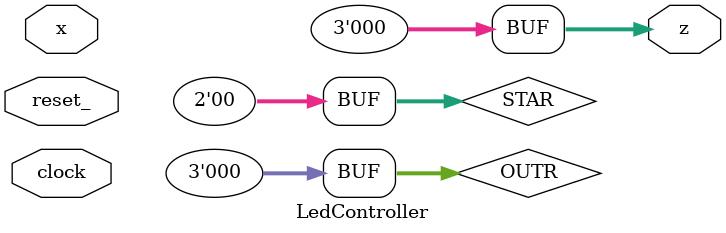
<source format=v>
`timescale 1ns/1ns
module TopLevel;
reg reset_;initial begin reset_=0; #22 reset_=1; #360; $stop; end
reg clock ;initial clock =0; always #5 clock <=(!clock);
reg x; initial begin x=0; #40 x=1; #200 x=0; #60 $finish; end
//Nota ho aggiunto del tempo in più con x = 0 per testare che il ciclo si potesse arrestare deterministicamente
wire[1:0] STAR = Cntrl.STAR;
wire[2:0] z=Cntrl.z;
LedController Cntrl(x,z,clock,reset_);
endmodule


module LedController (x, z, clock, reset_);
  input x, clock, reset_;
  output [2:0] z;
  reg [1:0] STAR;

  //Represents the number of On LEDS in base 2
  reg [2:0] OUTR;

  parameter S0 = 'B00, S2 = 'B01, S4 = 'B11 , S5 = 'B10;

  always @(reset_ == 0) #1 begin STAR <= S0; OUTR <= 'B000; end

  assign z = OUTR;

  always @(posedge clock) if (reset_ == 1) #3
    casex(STAR)
      S0: begin OUTR <= x ? 'B010 : 'B000; STAR <= x ? S2 : S0; end
      S2: begin OUTR <= x ? 'B011 : 'B000; STAR <= x ? S4 : S0; end
      S4: begin OUTR <= x ? 'B101 : 'B000; STAR <= x ? S5 : S0; end
      S5: begin OUTR <= 'B000         ; STAR <= S0         ; end
    endcase
endmodule

</source>
